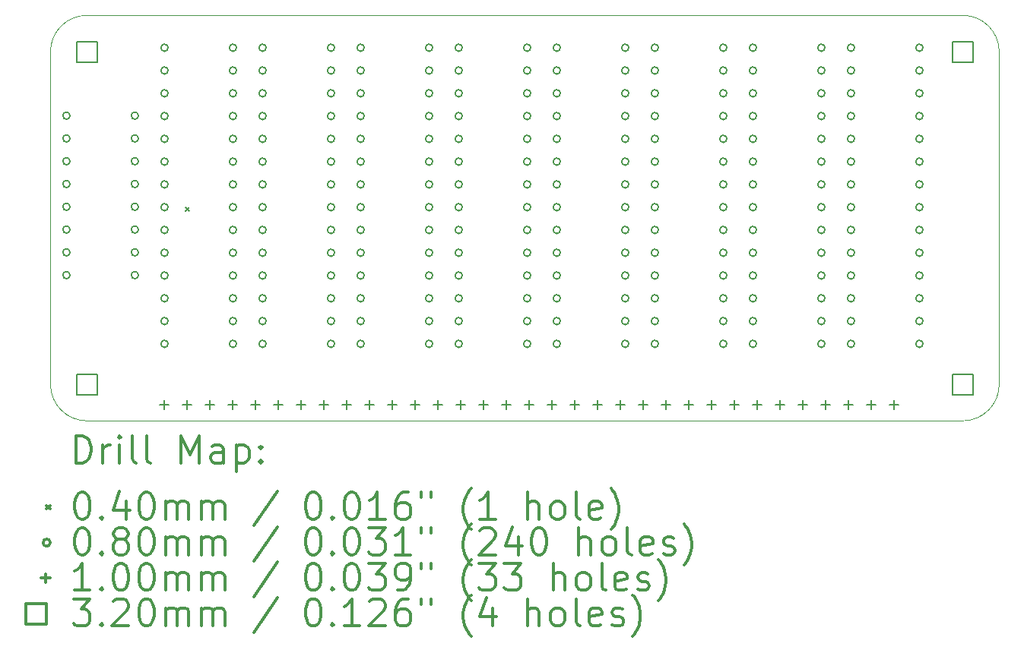
<source format=gbr>
%FSLAX45Y45*%
G04 Gerber Fmt 4.5, Leading zero omitted, Abs format (unit mm)*
G04 Created by KiCad (PCBNEW (5.1.9-0-10_14)) date 2021-06-10 12:39:00*
%MOMM*%
%LPD*%
G01*
G04 APERTURE LIST*
%TA.AperFunction,Profile*%
%ADD10C,0.050000*%
%TD*%
%ADD11C,0.200000*%
%ADD12C,0.300000*%
G04 APERTURE END LIST*
D10*
X17754600Y-12750800D02*
X8001000Y-12750800D01*
X18161000Y-8636000D02*
X18161000Y-12344400D01*
X8001000Y-8229600D02*
X17754600Y-8229600D01*
X7594600Y-12344400D02*
X7594600Y-8636000D01*
X8001000Y-12750800D02*
G75*
G02*
X7594600Y-12344400I0J406400D01*
G01*
X7594600Y-8636000D02*
G75*
G02*
X8001000Y-8229600I406400J0D01*
G01*
X17754600Y-8229600D02*
G75*
G02*
X18161000Y-8636000I0J-406400D01*
G01*
X18161000Y-12344400D02*
G75*
G02*
X17754600Y-12750800I-406400J0D01*
G01*
D11*
X9098600Y-10368600D02*
X9138600Y-10408600D01*
X9138600Y-10368600D02*
X9098600Y-10408600D01*
X7812400Y-9347200D02*
G75*
G03*
X7812400Y-9347200I-40000J0D01*
G01*
X7812400Y-9601200D02*
G75*
G03*
X7812400Y-9601200I-40000J0D01*
G01*
X7812400Y-9855200D02*
G75*
G03*
X7812400Y-9855200I-40000J0D01*
G01*
X7812400Y-10109200D02*
G75*
G03*
X7812400Y-10109200I-40000J0D01*
G01*
X7812400Y-10363200D02*
G75*
G03*
X7812400Y-10363200I-40000J0D01*
G01*
X7812400Y-10617200D02*
G75*
G03*
X7812400Y-10617200I-40000J0D01*
G01*
X7812400Y-10871200D02*
G75*
G03*
X7812400Y-10871200I-40000J0D01*
G01*
X7812400Y-11125200D02*
G75*
G03*
X7812400Y-11125200I-40000J0D01*
G01*
X8574400Y-9347200D02*
G75*
G03*
X8574400Y-9347200I-40000J0D01*
G01*
X8574400Y-9601200D02*
G75*
G03*
X8574400Y-9601200I-40000J0D01*
G01*
X8574400Y-9855200D02*
G75*
G03*
X8574400Y-9855200I-40000J0D01*
G01*
X8574400Y-10109200D02*
G75*
G03*
X8574400Y-10109200I-40000J0D01*
G01*
X8574400Y-10363200D02*
G75*
G03*
X8574400Y-10363200I-40000J0D01*
G01*
X8574400Y-10617200D02*
G75*
G03*
X8574400Y-10617200I-40000J0D01*
G01*
X8574400Y-10871200D02*
G75*
G03*
X8574400Y-10871200I-40000J0D01*
G01*
X8574400Y-11125200D02*
G75*
G03*
X8574400Y-11125200I-40000J0D01*
G01*
X8904600Y-8590500D02*
G75*
G03*
X8904600Y-8590500I-40000J0D01*
G01*
X8904600Y-8844500D02*
G75*
G03*
X8904600Y-8844500I-40000J0D01*
G01*
X8904600Y-9098500D02*
G75*
G03*
X8904600Y-9098500I-40000J0D01*
G01*
X8904600Y-9352500D02*
G75*
G03*
X8904600Y-9352500I-40000J0D01*
G01*
X8904600Y-9606500D02*
G75*
G03*
X8904600Y-9606500I-40000J0D01*
G01*
X8904600Y-9860500D02*
G75*
G03*
X8904600Y-9860500I-40000J0D01*
G01*
X8904600Y-10114500D02*
G75*
G03*
X8904600Y-10114500I-40000J0D01*
G01*
X8904600Y-10368500D02*
G75*
G03*
X8904600Y-10368500I-40000J0D01*
G01*
X8904600Y-10622500D02*
G75*
G03*
X8904600Y-10622500I-40000J0D01*
G01*
X8904600Y-10876500D02*
G75*
G03*
X8904600Y-10876500I-40000J0D01*
G01*
X8904600Y-11130500D02*
G75*
G03*
X8904600Y-11130500I-40000J0D01*
G01*
X8904600Y-11384500D02*
G75*
G03*
X8904600Y-11384500I-40000J0D01*
G01*
X8904600Y-11638500D02*
G75*
G03*
X8904600Y-11638500I-40000J0D01*
G01*
X8904600Y-11892500D02*
G75*
G03*
X8904600Y-11892500I-40000J0D01*
G01*
X9666600Y-8590500D02*
G75*
G03*
X9666600Y-8590500I-40000J0D01*
G01*
X9666600Y-8844500D02*
G75*
G03*
X9666600Y-8844500I-40000J0D01*
G01*
X9666600Y-9098500D02*
G75*
G03*
X9666600Y-9098500I-40000J0D01*
G01*
X9666600Y-9352500D02*
G75*
G03*
X9666600Y-9352500I-40000J0D01*
G01*
X9666600Y-9606500D02*
G75*
G03*
X9666600Y-9606500I-40000J0D01*
G01*
X9666600Y-9860500D02*
G75*
G03*
X9666600Y-9860500I-40000J0D01*
G01*
X9666600Y-10114500D02*
G75*
G03*
X9666600Y-10114500I-40000J0D01*
G01*
X9666600Y-10368500D02*
G75*
G03*
X9666600Y-10368500I-40000J0D01*
G01*
X9666600Y-10622500D02*
G75*
G03*
X9666600Y-10622500I-40000J0D01*
G01*
X9666600Y-10876500D02*
G75*
G03*
X9666600Y-10876500I-40000J0D01*
G01*
X9666600Y-11130500D02*
G75*
G03*
X9666600Y-11130500I-40000J0D01*
G01*
X9666600Y-11384500D02*
G75*
G03*
X9666600Y-11384500I-40000J0D01*
G01*
X9666600Y-11638500D02*
G75*
G03*
X9666600Y-11638500I-40000J0D01*
G01*
X9666600Y-11892500D02*
G75*
G03*
X9666600Y-11892500I-40000J0D01*
G01*
X9996800Y-8590500D02*
G75*
G03*
X9996800Y-8590500I-40000J0D01*
G01*
X9996800Y-8844500D02*
G75*
G03*
X9996800Y-8844500I-40000J0D01*
G01*
X9996800Y-9098500D02*
G75*
G03*
X9996800Y-9098500I-40000J0D01*
G01*
X9996800Y-9352500D02*
G75*
G03*
X9996800Y-9352500I-40000J0D01*
G01*
X9996800Y-9606500D02*
G75*
G03*
X9996800Y-9606500I-40000J0D01*
G01*
X9996800Y-9860500D02*
G75*
G03*
X9996800Y-9860500I-40000J0D01*
G01*
X9996800Y-10114500D02*
G75*
G03*
X9996800Y-10114500I-40000J0D01*
G01*
X9996800Y-10368500D02*
G75*
G03*
X9996800Y-10368500I-40000J0D01*
G01*
X9996800Y-10622500D02*
G75*
G03*
X9996800Y-10622500I-40000J0D01*
G01*
X9996800Y-10876500D02*
G75*
G03*
X9996800Y-10876500I-40000J0D01*
G01*
X9996800Y-11130500D02*
G75*
G03*
X9996800Y-11130500I-40000J0D01*
G01*
X9996800Y-11384500D02*
G75*
G03*
X9996800Y-11384500I-40000J0D01*
G01*
X9996800Y-11638500D02*
G75*
G03*
X9996800Y-11638500I-40000J0D01*
G01*
X9996800Y-11892500D02*
G75*
G03*
X9996800Y-11892500I-40000J0D01*
G01*
X10758800Y-8590500D02*
G75*
G03*
X10758800Y-8590500I-40000J0D01*
G01*
X10758800Y-8844500D02*
G75*
G03*
X10758800Y-8844500I-40000J0D01*
G01*
X10758800Y-9098500D02*
G75*
G03*
X10758800Y-9098500I-40000J0D01*
G01*
X10758800Y-9352500D02*
G75*
G03*
X10758800Y-9352500I-40000J0D01*
G01*
X10758800Y-9606500D02*
G75*
G03*
X10758800Y-9606500I-40000J0D01*
G01*
X10758800Y-9860500D02*
G75*
G03*
X10758800Y-9860500I-40000J0D01*
G01*
X10758800Y-10114500D02*
G75*
G03*
X10758800Y-10114500I-40000J0D01*
G01*
X10758800Y-10368500D02*
G75*
G03*
X10758800Y-10368500I-40000J0D01*
G01*
X10758800Y-10622500D02*
G75*
G03*
X10758800Y-10622500I-40000J0D01*
G01*
X10758800Y-10876500D02*
G75*
G03*
X10758800Y-10876500I-40000J0D01*
G01*
X10758800Y-11130500D02*
G75*
G03*
X10758800Y-11130500I-40000J0D01*
G01*
X10758800Y-11384500D02*
G75*
G03*
X10758800Y-11384500I-40000J0D01*
G01*
X10758800Y-11638500D02*
G75*
G03*
X10758800Y-11638500I-40000J0D01*
G01*
X10758800Y-11892500D02*
G75*
G03*
X10758800Y-11892500I-40000J0D01*
G01*
X11089000Y-8590500D02*
G75*
G03*
X11089000Y-8590500I-40000J0D01*
G01*
X11089000Y-8844500D02*
G75*
G03*
X11089000Y-8844500I-40000J0D01*
G01*
X11089000Y-9098500D02*
G75*
G03*
X11089000Y-9098500I-40000J0D01*
G01*
X11089000Y-9352500D02*
G75*
G03*
X11089000Y-9352500I-40000J0D01*
G01*
X11089000Y-9606500D02*
G75*
G03*
X11089000Y-9606500I-40000J0D01*
G01*
X11089000Y-9860500D02*
G75*
G03*
X11089000Y-9860500I-40000J0D01*
G01*
X11089000Y-10114500D02*
G75*
G03*
X11089000Y-10114500I-40000J0D01*
G01*
X11089000Y-10368500D02*
G75*
G03*
X11089000Y-10368500I-40000J0D01*
G01*
X11089000Y-10622500D02*
G75*
G03*
X11089000Y-10622500I-40000J0D01*
G01*
X11089000Y-10876500D02*
G75*
G03*
X11089000Y-10876500I-40000J0D01*
G01*
X11089000Y-11130500D02*
G75*
G03*
X11089000Y-11130500I-40000J0D01*
G01*
X11089000Y-11384500D02*
G75*
G03*
X11089000Y-11384500I-40000J0D01*
G01*
X11089000Y-11638500D02*
G75*
G03*
X11089000Y-11638500I-40000J0D01*
G01*
X11089000Y-11892500D02*
G75*
G03*
X11089000Y-11892500I-40000J0D01*
G01*
X11851000Y-8590500D02*
G75*
G03*
X11851000Y-8590500I-40000J0D01*
G01*
X11851000Y-8844500D02*
G75*
G03*
X11851000Y-8844500I-40000J0D01*
G01*
X11851000Y-9098500D02*
G75*
G03*
X11851000Y-9098500I-40000J0D01*
G01*
X11851000Y-9352500D02*
G75*
G03*
X11851000Y-9352500I-40000J0D01*
G01*
X11851000Y-9606500D02*
G75*
G03*
X11851000Y-9606500I-40000J0D01*
G01*
X11851000Y-9860500D02*
G75*
G03*
X11851000Y-9860500I-40000J0D01*
G01*
X11851000Y-10114500D02*
G75*
G03*
X11851000Y-10114500I-40000J0D01*
G01*
X11851000Y-10368500D02*
G75*
G03*
X11851000Y-10368500I-40000J0D01*
G01*
X11851000Y-10622500D02*
G75*
G03*
X11851000Y-10622500I-40000J0D01*
G01*
X11851000Y-10876500D02*
G75*
G03*
X11851000Y-10876500I-40000J0D01*
G01*
X11851000Y-11130500D02*
G75*
G03*
X11851000Y-11130500I-40000J0D01*
G01*
X11851000Y-11384500D02*
G75*
G03*
X11851000Y-11384500I-40000J0D01*
G01*
X11851000Y-11638500D02*
G75*
G03*
X11851000Y-11638500I-40000J0D01*
G01*
X11851000Y-11892500D02*
G75*
G03*
X11851000Y-11892500I-40000J0D01*
G01*
X12181200Y-8590500D02*
G75*
G03*
X12181200Y-8590500I-40000J0D01*
G01*
X12181200Y-8844500D02*
G75*
G03*
X12181200Y-8844500I-40000J0D01*
G01*
X12181200Y-9098500D02*
G75*
G03*
X12181200Y-9098500I-40000J0D01*
G01*
X12181200Y-9352500D02*
G75*
G03*
X12181200Y-9352500I-40000J0D01*
G01*
X12181200Y-9606500D02*
G75*
G03*
X12181200Y-9606500I-40000J0D01*
G01*
X12181200Y-9860500D02*
G75*
G03*
X12181200Y-9860500I-40000J0D01*
G01*
X12181200Y-10114500D02*
G75*
G03*
X12181200Y-10114500I-40000J0D01*
G01*
X12181200Y-10368500D02*
G75*
G03*
X12181200Y-10368500I-40000J0D01*
G01*
X12181200Y-10622500D02*
G75*
G03*
X12181200Y-10622500I-40000J0D01*
G01*
X12181200Y-10876500D02*
G75*
G03*
X12181200Y-10876500I-40000J0D01*
G01*
X12181200Y-11130500D02*
G75*
G03*
X12181200Y-11130500I-40000J0D01*
G01*
X12181200Y-11384500D02*
G75*
G03*
X12181200Y-11384500I-40000J0D01*
G01*
X12181200Y-11638500D02*
G75*
G03*
X12181200Y-11638500I-40000J0D01*
G01*
X12181200Y-11892500D02*
G75*
G03*
X12181200Y-11892500I-40000J0D01*
G01*
X12943200Y-8590500D02*
G75*
G03*
X12943200Y-8590500I-40000J0D01*
G01*
X12943200Y-8844500D02*
G75*
G03*
X12943200Y-8844500I-40000J0D01*
G01*
X12943200Y-9098500D02*
G75*
G03*
X12943200Y-9098500I-40000J0D01*
G01*
X12943200Y-9352500D02*
G75*
G03*
X12943200Y-9352500I-40000J0D01*
G01*
X12943200Y-9606500D02*
G75*
G03*
X12943200Y-9606500I-40000J0D01*
G01*
X12943200Y-9860500D02*
G75*
G03*
X12943200Y-9860500I-40000J0D01*
G01*
X12943200Y-10114500D02*
G75*
G03*
X12943200Y-10114500I-40000J0D01*
G01*
X12943200Y-10368500D02*
G75*
G03*
X12943200Y-10368500I-40000J0D01*
G01*
X12943200Y-10622500D02*
G75*
G03*
X12943200Y-10622500I-40000J0D01*
G01*
X12943200Y-10876500D02*
G75*
G03*
X12943200Y-10876500I-40000J0D01*
G01*
X12943200Y-11130500D02*
G75*
G03*
X12943200Y-11130500I-40000J0D01*
G01*
X12943200Y-11384500D02*
G75*
G03*
X12943200Y-11384500I-40000J0D01*
G01*
X12943200Y-11638500D02*
G75*
G03*
X12943200Y-11638500I-40000J0D01*
G01*
X12943200Y-11892500D02*
G75*
G03*
X12943200Y-11892500I-40000J0D01*
G01*
X13273400Y-8590500D02*
G75*
G03*
X13273400Y-8590500I-40000J0D01*
G01*
X13273400Y-8844500D02*
G75*
G03*
X13273400Y-8844500I-40000J0D01*
G01*
X13273400Y-9098500D02*
G75*
G03*
X13273400Y-9098500I-40000J0D01*
G01*
X13273400Y-9352500D02*
G75*
G03*
X13273400Y-9352500I-40000J0D01*
G01*
X13273400Y-9606500D02*
G75*
G03*
X13273400Y-9606500I-40000J0D01*
G01*
X13273400Y-9860500D02*
G75*
G03*
X13273400Y-9860500I-40000J0D01*
G01*
X13273400Y-10114500D02*
G75*
G03*
X13273400Y-10114500I-40000J0D01*
G01*
X13273400Y-10368500D02*
G75*
G03*
X13273400Y-10368500I-40000J0D01*
G01*
X13273400Y-10622500D02*
G75*
G03*
X13273400Y-10622500I-40000J0D01*
G01*
X13273400Y-10876500D02*
G75*
G03*
X13273400Y-10876500I-40000J0D01*
G01*
X13273400Y-11130500D02*
G75*
G03*
X13273400Y-11130500I-40000J0D01*
G01*
X13273400Y-11384500D02*
G75*
G03*
X13273400Y-11384500I-40000J0D01*
G01*
X13273400Y-11638500D02*
G75*
G03*
X13273400Y-11638500I-40000J0D01*
G01*
X13273400Y-11892500D02*
G75*
G03*
X13273400Y-11892500I-40000J0D01*
G01*
X14035400Y-8590500D02*
G75*
G03*
X14035400Y-8590500I-40000J0D01*
G01*
X14035400Y-8844500D02*
G75*
G03*
X14035400Y-8844500I-40000J0D01*
G01*
X14035400Y-9098500D02*
G75*
G03*
X14035400Y-9098500I-40000J0D01*
G01*
X14035400Y-9352500D02*
G75*
G03*
X14035400Y-9352500I-40000J0D01*
G01*
X14035400Y-9606500D02*
G75*
G03*
X14035400Y-9606500I-40000J0D01*
G01*
X14035400Y-9860500D02*
G75*
G03*
X14035400Y-9860500I-40000J0D01*
G01*
X14035400Y-10114500D02*
G75*
G03*
X14035400Y-10114500I-40000J0D01*
G01*
X14035400Y-10368500D02*
G75*
G03*
X14035400Y-10368500I-40000J0D01*
G01*
X14035400Y-10622500D02*
G75*
G03*
X14035400Y-10622500I-40000J0D01*
G01*
X14035400Y-10876500D02*
G75*
G03*
X14035400Y-10876500I-40000J0D01*
G01*
X14035400Y-11130500D02*
G75*
G03*
X14035400Y-11130500I-40000J0D01*
G01*
X14035400Y-11384500D02*
G75*
G03*
X14035400Y-11384500I-40000J0D01*
G01*
X14035400Y-11638500D02*
G75*
G03*
X14035400Y-11638500I-40000J0D01*
G01*
X14035400Y-11892500D02*
G75*
G03*
X14035400Y-11892500I-40000J0D01*
G01*
X14365600Y-8590500D02*
G75*
G03*
X14365600Y-8590500I-40000J0D01*
G01*
X14365600Y-8844500D02*
G75*
G03*
X14365600Y-8844500I-40000J0D01*
G01*
X14365600Y-9098500D02*
G75*
G03*
X14365600Y-9098500I-40000J0D01*
G01*
X14365600Y-9352500D02*
G75*
G03*
X14365600Y-9352500I-40000J0D01*
G01*
X14365600Y-9606500D02*
G75*
G03*
X14365600Y-9606500I-40000J0D01*
G01*
X14365600Y-9860500D02*
G75*
G03*
X14365600Y-9860500I-40000J0D01*
G01*
X14365600Y-10114500D02*
G75*
G03*
X14365600Y-10114500I-40000J0D01*
G01*
X14365600Y-10368500D02*
G75*
G03*
X14365600Y-10368500I-40000J0D01*
G01*
X14365600Y-10622500D02*
G75*
G03*
X14365600Y-10622500I-40000J0D01*
G01*
X14365600Y-10876500D02*
G75*
G03*
X14365600Y-10876500I-40000J0D01*
G01*
X14365600Y-11130500D02*
G75*
G03*
X14365600Y-11130500I-40000J0D01*
G01*
X14365600Y-11384500D02*
G75*
G03*
X14365600Y-11384500I-40000J0D01*
G01*
X14365600Y-11638500D02*
G75*
G03*
X14365600Y-11638500I-40000J0D01*
G01*
X14365600Y-11892500D02*
G75*
G03*
X14365600Y-11892500I-40000J0D01*
G01*
X15127600Y-8590500D02*
G75*
G03*
X15127600Y-8590500I-40000J0D01*
G01*
X15127600Y-8844500D02*
G75*
G03*
X15127600Y-8844500I-40000J0D01*
G01*
X15127600Y-9098500D02*
G75*
G03*
X15127600Y-9098500I-40000J0D01*
G01*
X15127600Y-9352500D02*
G75*
G03*
X15127600Y-9352500I-40000J0D01*
G01*
X15127600Y-9606500D02*
G75*
G03*
X15127600Y-9606500I-40000J0D01*
G01*
X15127600Y-9860500D02*
G75*
G03*
X15127600Y-9860500I-40000J0D01*
G01*
X15127600Y-10114500D02*
G75*
G03*
X15127600Y-10114500I-40000J0D01*
G01*
X15127600Y-10368500D02*
G75*
G03*
X15127600Y-10368500I-40000J0D01*
G01*
X15127600Y-10622500D02*
G75*
G03*
X15127600Y-10622500I-40000J0D01*
G01*
X15127600Y-10876500D02*
G75*
G03*
X15127600Y-10876500I-40000J0D01*
G01*
X15127600Y-11130500D02*
G75*
G03*
X15127600Y-11130500I-40000J0D01*
G01*
X15127600Y-11384500D02*
G75*
G03*
X15127600Y-11384500I-40000J0D01*
G01*
X15127600Y-11638500D02*
G75*
G03*
X15127600Y-11638500I-40000J0D01*
G01*
X15127600Y-11892500D02*
G75*
G03*
X15127600Y-11892500I-40000J0D01*
G01*
X15457800Y-8590500D02*
G75*
G03*
X15457800Y-8590500I-40000J0D01*
G01*
X15457800Y-8844500D02*
G75*
G03*
X15457800Y-8844500I-40000J0D01*
G01*
X15457800Y-9098500D02*
G75*
G03*
X15457800Y-9098500I-40000J0D01*
G01*
X15457800Y-9352500D02*
G75*
G03*
X15457800Y-9352500I-40000J0D01*
G01*
X15457800Y-9606500D02*
G75*
G03*
X15457800Y-9606500I-40000J0D01*
G01*
X15457800Y-9860500D02*
G75*
G03*
X15457800Y-9860500I-40000J0D01*
G01*
X15457800Y-10114500D02*
G75*
G03*
X15457800Y-10114500I-40000J0D01*
G01*
X15457800Y-10368500D02*
G75*
G03*
X15457800Y-10368500I-40000J0D01*
G01*
X15457800Y-10622500D02*
G75*
G03*
X15457800Y-10622500I-40000J0D01*
G01*
X15457800Y-10876500D02*
G75*
G03*
X15457800Y-10876500I-40000J0D01*
G01*
X15457800Y-11130500D02*
G75*
G03*
X15457800Y-11130500I-40000J0D01*
G01*
X15457800Y-11384500D02*
G75*
G03*
X15457800Y-11384500I-40000J0D01*
G01*
X15457800Y-11638500D02*
G75*
G03*
X15457800Y-11638500I-40000J0D01*
G01*
X15457800Y-11892500D02*
G75*
G03*
X15457800Y-11892500I-40000J0D01*
G01*
X16219800Y-8590500D02*
G75*
G03*
X16219800Y-8590500I-40000J0D01*
G01*
X16219800Y-8844500D02*
G75*
G03*
X16219800Y-8844500I-40000J0D01*
G01*
X16219800Y-9098500D02*
G75*
G03*
X16219800Y-9098500I-40000J0D01*
G01*
X16219800Y-9352500D02*
G75*
G03*
X16219800Y-9352500I-40000J0D01*
G01*
X16219800Y-9606500D02*
G75*
G03*
X16219800Y-9606500I-40000J0D01*
G01*
X16219800Y-9860500D02*
G75*
G03*
X16219800Y-9860500I-40000J0D01*
G01*
X16219800Y-10114500D02*
G75*
G03*
X16219800Y-10114500I-40000J0D01*
G01*
X16219800Y-10368500D02*
G75*
G03*
X16219800Y-10368500I-40000J0D01*
G01*
X16219800Y-10622500D02*
G75*
G03*
X16219800Y-10622500I-40000J0D01*
G01*
X16219800Y-10876500D02*
G75*
G03*
X16219800Y-10876500I-40000J0D01*
G01*
X16219800Y-11130500D02*
G75*
G03*
X16219800Y-11130500I-40000J0D01*
G01*
X16219800Y-11384500D02*
G75*
G03*
X16219800Y-11384500I-40000J0D01*
G01*
X16219800Y-11638500D02*
G75*
G03*
X16219800Y-11638500I-40000J0D01*
G01*
X16219800Y-11892500D02*
G75*
G03*
X16219800Y-11892500I-40000J0D01*
G01*
X16550000Y-8590500D02*
G75*
G03*
X16550000Y-8590500I-40000J0D01*
G01*
X16550000Y-8844500D02*
G75*
G03*
X16550000Y-8844500I-40000J0D01*
G01*
X16550000Y-9098500D02*
G75*
G03*
X16550000Y-9098500I-40000J0D01*
G01*
X16550000Y-9352500D02*
G75*
G03*
X16550000Y-9352500I-40000J0D01*
G01*
X16550000Y-9606500D02*
G75*
G03*
X16550000Y-9606500I-40000J0D01*
G01*
X16550000Y-9860500D02*
G75*
G03*
X16550000Y-9860500I-40000J0D01*
G01*
X16550000Y-10114500D02*
G75*
G03*
X16550000Y-10114500I-40000J0D01*
G01*
X16550000Y-10368500D02*
G75*
G03*
X16550000Y-10368500I-40000J0D01*
G01*
X16550000Y-10622500D02*
G75*
G03*
X16550000Y-10622500I-40000J0D01*
G01*
X16550000Y-10876500D02*
G75*
G03*
X16550000Y-10876500I-40000J0D01*
G01*
X16550000Y-11130500D02*
G75*
G03*
X16550000Y-11130500I-40000J0D01*
G01*
X16550000Y-11384500D02*
G75*
G03*
X16550000Y-11384500I-40000J0D01*
G01*
X16550000Y-11638500D02*
G75*
G03*
X16550000Y-11638500I-40000J0D01*
G01*
X16550000Y-11892500D02*
G75*
G03*
X16550000Y-11892500I-40000J0D01*
G01*
X17312000Y-8590500D02*
G75*
G03*
X17312000Y-8590500I-40000J0D01*
G01*
X17312000Y-8844500D02*
G75*
G03*
X17312000Y-8844500I-40000J0D01*
G01*
X17312000Y-9098500D02*
G75*
G03*
X17312000Y-9098500I-40000J0D01*
G01*
X17312000Y-9352500D02*
G75*
G03*
X17312000Y-9352500I-40000J0D01*
G01*
X17312000Y-9606500D02*
G75*
G03*
X17312000Y-9606500I-40000J0D01*
G01*
X17312000Y-9860500D02*
G75*
G03*
X17312000Y-9860500I-40000J0D01*
G01*
X17312000Y-10114500D02*
G75*
G03*
X17312000Y-10114500I-40000J0D01*
G01*
X17312000Y-10368500D02*
G75*
G03*
X17312000Y-10368500I-40000J0D01*
G01*
X17312000Y-10622500D02*
G75*
G03*
X17312000Y-10622500I-40000J0D01*
G01*
X17312000Y-10876500D02*
G75*
G03*
X17312000Y-10876500I-40000J0D01*
G01*
X17312000Y-11130500D02*
G75*
G03*
X17312000Y-11130500I-40000J0D01*
G01*
X17312000Y-11384500D02*
G75*
G03*
X17312000Y-11384500I-40000J0D01*
G01*
X17312000Y-11638500D02*
G75*
G03*
X17312000Y-11638500I-40000J0D01*
G01*
X17312000Y-11892500D02*
G75*
G03*
X17312000Y-11892500I-40000J0D01*
G01*
X8864600Y-12523000D02*
X8864600Y-12623000D01*
X8814600Y-12573000D02*
X8914600Y-12573000D01*
X9118600Y-12523000D02*
X9118600Y-12623000D01*
X9068600Y-12573000D02*
X9168600Y-12573000D01*
X9372600Y-12523000D02*
X9372600Y-12623000D01*
X9322600Y-12573000D02*
X9422600Y-12573000D01*
X9626600Y-12523000D02*
X9626600Y-12623000D01*
X9576600Y-12573000D02*
X9676600Y-12573000D01*
X9880600Y-12523000D02*
X9880600Y-12623000D01*
X9830600Y-12573000D02*
X9930600Y-12573000D01*
X10134600Y-12523000D02*
X10134600Y-12623000D01*
X10084600Y-12573000D02*
X10184600Y-12573000D01*
X10388600Y-12523000D02*
X10388600Y-12623000D01*
X10338600Y-12573000D02*
X10438600Y-12573000D01*
X10642600Y-12523000D02*
X10642600Y-12623000D01*
X10592600Y-12573000D02*
X10692600Y-12573000D01*
X10896600Y-12523000D02*
X10896600Y-12623000D01*
X10846600Y-12573000D02*
X10946600Y-12573000D01*
X11150600Y-12523000D02*
X11150600Y-12623000D01*
X11100600Y-12573000D02*
X11200600Y-12573000D01*
X11404600Y-12523000D02*
X11404600Y-12623000D01*
X11354600Y-12573000D02*
X11454600Y-12573000D01*
X11658600Y-12523000D02*
X11658600Y-12623000D01*
X11608600Y-12573000D02*
X11708600Y-12573000D01*
X11912600Y-12523000D02*
X11912600Y-12623000D01*
X11862600Y-12573000D02*
X11962600Y-12573000D01*
X12166600Y-12523000D02*
X12166600Y-12623000D01*
X12116600Y-12573000D02*
X12216600Y-12573000D01*
X12420600Y-12523000D02*
X12420600Y-12623000D01*
X12370600Y-12573000D02*
X12470600Y-12573000D01*
X12674600Y-12523000D02*
X12674600Y-12623000D01*
X12624600Y-12573000D02*
X12724600Y-12573000D01*
X12928600Y-12523000D02*
X12928600Y-12623000D01*
X12878600Y-12573000D02*
X12978600Y-12573000D01*
X13182600Y-12523000D02*
X13182600Y-12623000D01*
X13132600Y-12573000D02*
X13232600Y-12573000D01*
X13436600Y-12523000D02*
X13436600Y-12623000D01*
X13386600Y-12573000D02*
X13486600Y-12573000D01*
X13690600Y-12523000D02*
X13690600Y-12623000D01*
X13640600Y-12573000D02*
X13740600Y-12573000D01*
X13944600Y-12523000D02*
X13944600Y-12623000D01*
X13894600Y-12573000D02*
X13994600Y-12573000D01*
X14198600Y-12523000D02*
X14198600Y-12623000D01*
X14148600Y-12573000D02*
X14248600Y-12573000D01*
X14452600Y-12523000D02*
X14452600Y-12623000D01*
X14402600Y-12573000D02*
X14502600Y-12573000D01*
X14706600Y-12523000D02*
X14706600Y-12623000D01*
X14656600Y-12573000D02*
X14756600Y-12573000D01*
X14960600Y-12523000D02*
X14960600Y-12623000D01*
X14910600Y-12573000D02*
X15010600Y-12573000D01*
X15214600Y-12523000D02*
X15214600Y-12623000D01*
X15164600Y-12573000D02*
X15264600Y-12573000D01*
X15468600Y-12523000D02*
X15468600Y-12623000D01*
X15418600Y-12573000D02*
X15518600Y-12573000D01*
X15722600Y-12523000D02*
X15722600Y-12623000D01*
X15672600Y-12573000D02*
X15772600Y-12573000D01*
X15976600Y-12523000D02*
X15976600Y-12623000D01*
X15926600Y-12573000D02*
X16026600Y-12573000D01*
X16230600Y-12523000D02*
X16230600Y-12623000D01*
X16180600Y-12573000D02*
X16280600Y-12573000D01*
X16484600Y-12523000D02*
X16484600Y-12623000D01*
X16434600Y-12573000D02*
X16534600Y-12573000D01*
X16738600Y-12523000D02*
X16738600Y-12623000D01*
X16688600Y-12573000D02*
X16788600Y-12573000D01*
X16992600Y-12523000D02*
X16992600Y-12623000D01*
X16942600Y-12573000D02*
X17042600Y-12573000D01*
X8114138Y-8749138D02*
X8114138Y-8522862D01*
X7887862Y-8522862D01*
X7887862Y-8749138D01*
X8114138Y-8749138D01*
X8114138Y-12457538D02*
X8114138Y-12231262D01*
X7887862Y-12231262D01*
X7887862Y-12457538D01*
X8114138Y-12457538D01*
X17867738Y-8749138D02*
X17867738Y-8522862D01*
X17641462Y-8522862D01*
X17641462Y-8749138D01*
X17867738Y-8749138D01*
X17867738Y-12457538D02*
X17867738Y-12231262D01*
X17641462Y-12231262D01*
X17641462Y-12457538D01*
X17867738Y-12457538D01*
D12*
X7878528Y-13219014D02*
X7878528Y-12919014D01*
X7949957Y-12919014D01*
X7992814Y-12933300D01*
X8021386Y-12961871D01*
X8035671Y-12990443D01*
X8049957Y-13047586D01*
X8049957Y-13090443D01*
X8035671Y-13147586D01*
X8021386Y-13176157D01*
X7992814Y-13204729D01*
X7949957Y-13219014D01*
X7878528Y-13219014D01*
X8178528Y-13219014D02*
X8178528Y-13019014D01*
X8178528Y-13076157D02*
X8192814Y-13047586D01*
X8207100Y-13033300D01*
X8235671Y-13019014D01*
X8264243Y-13019014D01*
X8364243Y-13219014D02*
X8364243Y-13019014D01*
X8364243Y-12919014D02*
X8349957Y-12933300D01*
X8364243Y-12947586D01*
X8378528Y-12933300D01*
X8364243Y-12919014D01*
X8364243Y-12947586D01*
X8549957Y-13219014D02*
X8521386Y-13204729D01*
X8507100Y-13176157D01*
X8507100Y-12919014D01*
X8707100Y-13219014D02*
X8678528Y-13204729D01*
X8664243Y-13176157D01*
X8664243Y-12919014D01*
X9049957Y-13219014D02*
X9049957Y-12919014D01*
X9149957Y-13133300D01*
X9249957Y-12919014D01*
X9249957Y-13219014D01*
X9521386Y-13219014D02*
X9521386Y-13061871D01*
X9507100Y-13033300D01*
X9478528Y-13019014D01*
X9421386Y-13019014D01*
X9392814Y-13033300D01*
X9521386Y-13204729D02*
X9492814Y-13219014D01*
X9421386Y-13219014D01*
X9392814Y-13204729D01*
X9378528Y-13176157D01*
X9378528Y-13147586D01*
X9392814Y-13119014D01*
X9421386Y-13104729D01*
X9492814Y-13104729D01*
X9521386Y-13090443D01*
X9664243Y-13019014D02*
X9664243Y-13319014D01*
X9664243Y-13033300D02*
X9692814Y-13019014D01*
X9749957Y-13019014D01*
X9778528Y-13033300D01*
X9792814Y-13047586D01*
X9807100Y-13076157D01*
X9807100Y-13161871D01*
X9792814Y-13190443D01*
X9778528Y-13204729D01*
X9749957Y-13219014D01*
X9692814Y-13219014D01*
X9664243Y-13204729D01*
X9935671Y-13190443D02*
X9949957Y-13204729D01*
X9935671Y-13219014D01*
X9921386Y-13204729D01*
X9935671Y-13190443D01*
X9935671Y-13219014D01*
X9935671Y-13033300D02*
X9949957Y-13047586D01*
X9935671Y-13061871D01*
X9921386Y-13047586D01*
X9935671Y-13033300D01*
X9935671Y-13061871D01*
X7552100Y-13693300D02*
X7592100Y-13733300D01*
X7592100Y-13693300D02*
X7552100Y-13733300D01*
X7935671Y-13549014D02*
X7964243Y-13549014D01*
X7992814Y-13563300D01*
X8007100Y-13577586D01*
X8021386Y-13606157D01*
X8035671Y-13663300D01*
X8035671Y-13734729D01*
X8021386Y-13791871D01*
X8007100Y-13820443D01*
X7992814Y-13834729D01*
X7964243Y-13849014D01*
X7935671Y-13849014D01*
X7907100Y-13834729D01*
X7892814Y-13820443D01*
X7878528Y-13791871D01*
X7864243Y-13734729D01*
X7864243Y-13663300D01*
X7878528Y-13606157D01*
X7892814Y-13577586D01*
X7907100Y-13563300D01*
X7935671Y-13549014D01*
X8164243Y-13820443D02*
X8178528Y-13834729D01*
X8164243Y-13849014D01*
X8149957Y-13834729D01*
X8164243Y-13820443D01*
X8164243Y-13849014D01*
X8435671Y-13649014D02*
X8435671Y-13849014D01*
X8364243Y-13534729D02*
X8292814Y-13749014D01*
X8478528Y-13749014D01*
X8649957Y-13549014D02*
X8678528Y-13549014D01*
X8707100Y-13563300D01*
X8721386Y-13577586D01*
X8735671Y-13606157D01*
X8749957Y-13663300D01*
X8749957Y-13734729D01*
X8735671Y-13791871D01*
X8721386Y-13820443D01*
X8707100Y-13834729D01*
X8678528Y-13849014D01*
X8649957Y-13849014D01*
X8621386Y-13834729D01*
X8607100Y-13820443D01*
X8592814Y-13791871D01*
X8578528Y-13734729D01*
X8578528Y-13663300D01*
X8592814Y-13606157D01*
X8607100Y-13577586D01*
X8621386Y-13563300D01*
X8649957Y-13549014D01*
X8878528Y-13849014D02*
X8878528Y-13649014D01*
X8878528Y-13677586D02*
X8892814Y-13663300D01*
X8921386Y-13649014D01*
X8964243Y-13649014D01*
X8992814Y-13663300D01*
X9007100Y-13691871D01*
X9007100Y-13849014D01*
X9007100Y-13691871D02*
X9021386Y-13663300D01*
X9049957Y-13649014D01*
X9092814Y-13649014D01*
X9121386Y-13663300D01*
X9135671Y-13691871D01*
X9135671Y-13849014D01*
X9278528Y-13849014D02*
X9278528Y-13649014D01*
X9278528Y-13677586D02*
X9292814Y-13663300D01*
X9321386Y-13649014D01*
X9364243Y-13649014D01*
X9392814Y-13663300D01*
X9407100Y-13691871D01*
X9407100Y-13849014D01*
X9407100Y-13691871D02*
X9421386Y-13663300D01*
X9449957Y-13649014D01*
X9492814Y-13649014D01*
X9521386Y-13663300D01*
X9535671Y-13691871D01*
X9535671Y-13849014D01*
X10121386Y-13534729D02*
X9864243Y-13920443D01*
X10507100Y-13549014D02*
X10535671Y-13549014D01*
X10564243Y-13563300D01*
X10578528Y-13577586D01*
X10592814Y-13606157D01*
X10607100Y-13663300D01*
X10607100Y-13734729D01*
X10592814Y-13791871D01*
X10578528Y-13820443D01*
X10564243Y-13834729D01*
X10535671Y-13849014D01*
X10507100Y-13849014D01*
X10478528Y-13834729D01*
X10464243Y-13820443D01*
X10449957Y-13791871D01*
X10435671Y-13734729D01*
X10435671Y-13663300D01*
X10449957Y-13606157D01*
X10464243Y-13577586D01*
X10478528Y-13563300D01*
X10507100Y-13549014D01*
X10735671Y-13820443D02*
X10749957Y-13834729D01*
X10735671Y-13849014D01*
X10721386Y-13834729D01*
X10735671Y-13820443D01*
X10735671Y-13849014D01*
X10935671Y-13549014D02*
X10964243Y-13549014D01*
X10992814Y-13563300D01*
X11007100Y-13577586D01*
X11021386Y-13606157D01*
X11035671Y-13663300D01*
X11035671Y-13734729D01*
X11021386Y-13791871D01*
X11007100Y-13820443D01*
X10992814Y-13834729D01*
X10964243Y-13849014D01*
X10935671Y-13849014D01*
X10907100Y-13834729D01*
X10892814Y-13820443D01*
X10878528Y-13791871D01*
X10864243Y-13734729D01*
X10864243Y-13663300D01*
X10878528Y-13606157D01*
X10892814Y-13577586D01*
X10907100Y-13563300D01*
X10935671Y-13549014D01*
X11321386Y-13849014D02*
X11149957Y-13849014D01*
X11235671Y-13849014D02*
X11235671Y-13549014D01*
X11207100Y-13591871D01*
X11178528Y-13620443D01*
X11149957Y-13634729D01*
X11578528Y-13549014D02*
X11521386Y-13549014D01*
X11492814Y-13563300D01*
X11478528Y-13577586D01*
X11449957Y-13620443D01*
X11435671Y-13677586D01*
X11435671Y-13791871D01*
X11449957Y-13820443D01*
X11464243Y-13834729D01*
X11492814Y-13849014D01*
X11549957Y-13849014D01*
X11578528Y-13834729D01*
X11592814Y-13820443D01*
X11607100Y-13791871D01*
X11607100Y-13720443D01*
X11592814Y-13691871D01*
X11578528Y-13677586D01*
X11549957Y-13663300D01*
X11492814Y-13663300D01*
X11464243Y-13677586D01*
X11449957Y-13691871D01*
X11435671Y-13720443D01*
X11721386Y-13549014D02*
X11721386Y-13606157D01*
X11835671Y-13549014D02*
X11835671Y-13606157D01*
X12278528Y-13963300D02*
X12264243Y-13949014D01*
X12235671Y-13906157D01*
X12221386Y-13877586D01*
X12207100Y-13834729D01*
X12192814Y-13763300D01*
X12192814Y-13706157D01*
X12207100Y-13634729D01*
X12221386Y-13591871D01*
X12235671Y-13563300D01*
X12264243Y-13520443D01*
X12278528Y-13506157D01*
X12549957Y-13849014D02*
X12378528Y-13849014D01*
X12464243Y-13849014D02*
X12464243Y-13549014D01*
X12435671Y-13591871D01*
X12407100Y-13620443D01*
X12378528Y-13634729D01*
X12907100Y-13849014D02*
X12907100Y-13549014D01*
X13035671Y-13849014D02*
X13035671Y-13691871D01*
X13021386Y-13663300D01*
X12992814Y-13649014D01*
X12949957Y-13649014D01*
X12921386Y-13663300D01*
X12907100Y-13677586D01*
X13221386Y-13849014D02*
X13192814Y-13834729D01*
X13178528Y-13820443D01*
X13164243Y-13791871D01*
X13164243Y-13706157D01*
X13178528Y-13677586D01*
X13192814Y-13663300D01*
X13221386Y-13649014D01*
X13264243Y-13649014D01*
X13292814Y-13663300D01*
X13307100Y-13677586D01*
X13321386Y-13706157D01*
X13321386Y-13791871D01*
X13307100Y-13820443D01*
X13292814Y-13834729D01*
X13264243Y-13849014D01*
X13221386Y-13849014D01*
X13492814Y-13849014D02*
X13464243Y-13834729D01*
X13449957Y-13806157D01*
X13449957Y-13549014D01*
X13721386Y-13834729D02*
X13692814Y-13849014D01*
X13635671Y-13849014D01*
X13607100Y-13834729D01*
X13592814Y-13806157D01*
X13592814Y-13691871D01*
X13607100Y-13663300D01*
X13635671Y-13649014D01*
X13692814Y-13649014D01*
X13721386Y-13663300D01*
X13735671Y-13691871D01*
X13735671Y-13720443D01*
X13592814Y-13749014D01*
X13835671Y-13963300D02*
X13849957Y-13949014D01*
X13878528Y-13906157D01*
X13892814Y-13877586D01*
X13907100Y-13834729D01*
X13921386Y-13763300D01*
X13921386Y-13706157D01*
X13907100Y-13634729D01*
X13892814Y-13591871D01*
X13878528Y-13563300D01*
X13849957Y-13520443D01*
X13835671Y-13506157D01*
X7592100Y-14109300D02*
G75*
G03*
X7592100Y-14109300I-40000J0D01*
G01*
X7935671Y-13945014D02*
X7964243Y-13945014D01*
X7992814Y-13959300D01*
X8007100Y-13973586D01*
X8021386Y-14002157D01*
X8035671Y-14059300D01*
X8035671Y-14130729D01*
X8021386Y-14187871D01*
X8007100Y-14216443D01*
X7992814Y-14230729D01*
X7964243Y-14245014D01*
X7935671Y-14245014D01*
X7907100Y-14230729D01*
X7892814Y-14216443D01*
X7878528Y-14187871D01*
X7864243Y-14130729D01*
X7864243Y-14059300D01*
X7878528Y-14002157D01*
X7892814Y-13973586D01*
X7907100Y-13959300D01*
X7935671Y-13945014D01*
X8164243Y-14216443D02*
X8178528Y-14230729D01*
X8164243Y-14245014D01*
X8149957Y-14230729D01*
X8164243Y-14216443D01*
X8164243Y-14245014D01*
X8349957Y-14073586D02*
X8321386Y-14059300D01*
X8307100Y-14045014D01*
X8292814Y-14016443D01*
X8292814Y-14002157D01*
X8307100Y-13973586D01*
X8321386Y-13959300D01*
X8349957Y-13945014D01*
X8407100Y-13945014D01*
X8435671Y-13959300D01*
X8449957Y-13973586D01*
X8464243Y-14002157D01*
X8464243Y-14016443D01*
X8449957Y-14045014D01*
X8435671Y-14059300D01*
X8407100Y-14073586D01*
X8349957Y-14073586D01*
X8321386Y-14087871D01*
X8307100Y-14102157D01*
X8292814Y-14130729D01*
X8292814Y-14187871D01*
X8307100Y-14216443D01*
X8321386Y-14230729D01*
X8349957Y-14245014D01*
X8407100Y-14245014D01*
X8435671Y-14230729D01*
X8449957Y-14216443D01*
X8464243Y-14187871D01*
X8464243Y-14130729D01*
X8449957Y-14102157D01*
X8435671Y-14087871D01*
X8407100Y-14073586D01*
X8649957Y-13945014D02*
X8678528Y-13945014D01*
X8707100Y-13959300D01*
X8721386Y-13973586D01*
X8735671Y-14002157D01*
X8749957Y-14059300D01*
X8749957Y-14130729D01*
X8735671Y-14187871D01*
X8721386Y-14216443D01*
X8707100Y-14230729D01*
X8678528Y-14245014D01*
X8649957Y-14245014D01*
X8621386Y-14230729D01*
X8607100Y-14216443D01*
X8592814Y-14187871D01*
X8578528Y-14130729D01*
X8578528Y-14059300D01*
X8592814Y-14002157D01*
X8607100Y-13973586D01*
X8621386Y-13959300D01*
X8649957Y-13945014D01*
X8878528Y-14245014D02*
X8878528Y-14045014D01*
X8878528Y-14073586D02*
X8892814Y-14059300D01*
X8921386Y-14045014D01*
X8964243Y-14045014D01*
X8992814Y-14059300D01*
X9007100Y-14087871D01*
X9007100Y-14245014D01*
X9007100Y-14087871D02*
X9021386Y-14059300D01*
X9049957Y-14045014D01*
X9092814Y-14045014D01*
X9121386Y-14059300D01*
X9135671Y-14087871D01*
X9135671Y-14245014D01*
X9278528Y-14245014D02*
X9278528Y-14045014D01*
X9278528Y-14073586D02*
X9292814Y-14059300D01*
X9321386Y-14045014D01*
X9364243Y-14045014D01*
X9392814Y-14059300D01*
X9407100Y-14087871D01*
X9407100Y-14245014D01*
X9407100Y-14087871D02*
X9421386Y-14059300D01*
X9449957Y-14045014D01*
X9492814Y-14045014D01*
X9521386Y-14059300D01*
X9535671Y-14087871D01*
X9535671Y-14245014D01*
X10121386Y-13930729D02*
X9864243Y-14316443D01*
X10507100Y-13945014D02*
X10535671Y-13945014D01*
X10564243Y-13959300D01*
X10578528Y-13973586D01*
X10592814Y-14002157D01*
X10607100Y-14059300D01*
X10607100Y-14130729D01*
X10592814Y-14187871D01*
X10578528Y-14216443D01*
X10564243Y-14230729D01*
X10535671Y-14245014D01*
X10507100Y-14245014D01*
X10478528Y-14230729D01*
X10464243Y-14216443D01*
X10449957Y-14187871D01*
X10435671Y-14130729D01*
X10435671Y-14059300D01*
X10449957Y-14002157D01*
X10464243Y-13973586D01*
X10478528Y-13959300D01*
X10507100Y-13945014D01*
X10735671Y-14216443D02*
X10749957Y-14230729D01*
X10735671Y-14245014D01*
X10721386Y-14230729D01*
X10735671Y-14216443D01*
X10735671Y-14245014D01*
X10935671Y-13945014D02*
X10964243Y-13945014D01*
X10992814Y-13959300D01*
X11007100Y-13973586D01*
X11021386Y-14002157D01*
X11035671Y-14059300D01*
X11035671Y-14130729D01*
X11021386Y-14187871D01*
X11007100Y-14216443D01*
X10992814Y-14230729D01*
X10964243Y-14245014D01*
X10935671Y-14245014D01*
X10907100Y-14230729D01*
X10892814Y-14216443D01*
X10878528Y-14187871D01*
X10864243Y-14130729D01*
X10864243Y-14059300D01*
X10878528Y-14002157D01*
X10892814Y-13973586D01*
X10907100Y-13959300D01*
X10935671Y-13945014D01*
X11135671Y-13945014D02*
X11321386Y-13945014D01*
X11221386Y-14059300D01*
X11264243Y-14059300D01*
X11292814Y-14073586D01*
X11307100Y-14087871D01*
X11321386Y-14116443D01*
X11321386Y-14187871D01*
X11307100Y-14216443D01*
X11292814Y-14230729D01*
X11264243Y-14245014D01*
X11178528Y-14245014D01*
X11149957Y-14230729D01*
X11135671Y-14216443D01*
X11607100Y-14245014D02*
X11435671Y-14245014D01*
X11521386Y-14245014D02*
X11521386Y-13945014D01*
X11492814Y-13987871D01*
X11464243Y-14016443D01*
X11435671Y-14030729D01*
X11721386Y-13945014D02*
X11721386Y-14002157D01*
X11835671Y-13945014D02*
X11835671Y-14002157D01*
X12278528Y-14359300D02*
X12264243Y-14345014D01*
X12235671Y-14302157D01*
X12221386Y-14273586D01*
X12207100Y-14230729D01*
X12192814Y-14159300D01*
X12192814Y-14102157D01*
X12207100Y-14030729D01*
X12221386Y-13987871D01*
X12235671Y-13959300D01*
X12264243Y-13916443D01*
X12278528Y-13902157D01*
X12378528Y-13973586D02*
X12392814Y-13959300D01*
X12421386Y-13945014D01*
X12492814Y-13945014D01*
X12521386Y-13959300D01*
X12535671Y-13973586D01*
X12549957Y-14002157D01*
X12549957Y-14030729D01*
X12535671Y-14073586D01*
X12364243Y-14245014D01*
X12549957Y-14245014D01*
X12807100Y-14045014D02*
X12807100Y-14245014D01*
X12735671Y-13930729D02*
X12664243Y-14145014D01*
X12849957Y-14145014D01*
X13021386Y-13945014D02*
X13049957Y-13945014D01*
X13078528Y-13959300D01*
X13092814Y-13973586D01*
X13107100Y-14002157D01*
X13121386Y-14059300D01*
X13121386Y-14130729D01*
X13107100Y-14187871D01*
X13092814Y-14216443D01*
X13078528Y-14230729D01*
X13049957Y-14245014D01*
X13021386Y-14245014D01*
X12992814Y-14230729D01*
X12978528Y-14216443D01*
X12964243Y-14187871D01*
X12949957Y-14130729D01*
X12949957Y-14059300D01*
X12964243Y-14002157D01*
X12978528Y-13973586D01*
X12992814Y-13959300D01*
X13021386Y-13945014D01*
X13478528Y-14245014D02*
X13478528Y-13945014D01*
X13607100Y-14245014D02*
X13607100Y-14087871D01*
X13592814Y-14059300D01*
X13564243Y-14045014D01*
X13521386Y-14045014D01*
X13492814Y-14059300D01*
X13478528Y-14073586D01*
X13792814Y-14245014D02*
X13764243Y-14230729D01*
X13749957Y-14216443D01*
X13735671Y-14187871D01*
X13735671Y-14102157D01*
X13749957Y-14073586D01*
X13764243Y-14059300D01*
X13792814Y-14045014D01*
X13835671Y-14045014D01*
X13864243Y-14059300D01*
X13878528Y-14073586D01*
X13892814Y-14102157D01*
X13892814Y-14187871D01*
X13878528Y-14216443D01*
X13864243Y-14230729D01*
X13835671Y-14245014D01*
X13792814Y-14245014D01*
X14064243Y-14245014D02*
X14035671Y-14230729D01*
X14021386Y-14202157D01*
X14021386Y-13945014D01*
X14292814Y-14230729D02*
X14264243Y-14245014D01*
X14207100Y-14245014D01*
X14178528Y-14230729D01*
X14164243Y-14202157D01*
X14164243Y-14087871D01*
X14178528Y-14059300D01*
X14207100Y-14045014D01*
X14264243Y-14045014D01*
X14292814Y-14059300D01*
X14307100Y-14087871D01*
X14307100Y-14116443D01*
X14164243Y-14145014D01*
X14421386Y-14230729D02*
X14449957Y-14245014D01*
X14507100Y-14245014D01*
X14535671Y-14230729D01*
X14549957Y-14202157D01*
X14549957Y-14187871D01*
X14535671Y-14159300D01*
X14507100Y-14145014D01*
X14464243Y-14145014D01*
X14435671Y-14130729D01*
X14421386Y-14102157D01*
X14421386Y-14087871D01*
X14435671Y-14059300D01*
X14464243Y-14045014D01*
X14507100Y-14045014D01*
X14535671Y-14059300D01*
X14649957Y-14359300D02*
X14664243Y-14345014D01*
X14692814Y-14302157D01*
X14707100Y-14273586D01*
X14721386Y-14230729D01*
X14735671Y-14159300D01*
X14735671Y-14102157D01*
X14721386Y-14030729D01*
X14707100Y-13987871D01*
X14692814Y-13959300D01*
X14664243Y-13916443D01*
X14649957Y-13902157D01*
X7542100Y-14455300D02*
X7542100Y-14555300D01*
X7492100Y-14505300D02*
X7592100Y-14505300D01*
X8035671Y-14641014D02*
X7864243Y-14641014D01*
X7949957Y-14641014D02*
X7949957Y-14341014D01*
X7921386Y-14383871D01*
X7892814Y-14412443D01*
X7864243Y-14426729D01*
X8164243Y-14612443D02*
X8178528Y-14626729D01*
X8164243Y-14641014D01*
X8149957Y-14626729D01*
X8164243Y-14612443D01*
X8164243Y-14641014D01*
X8364243Y-14341014D02*
X8392814Y-14341014D01*
X8421386Y-14355300D01*
X8435671Y-14369586D01*
X8449957Y-14398157D01*
X8464243Y-14455300D01*
X8464243Y-14526729D01*
X8449957Y-14583871D01*
X8435671Y-14612443D01*
X8421386Y-14626729D01*
X8392814Y-14641014D01*
X8364243Y-14641014D01*
X8335671Y-14626729D01*
X8321386Y-14612443D01*
X8307100Y-14583871D01*
X8292814Y-14526729D01*
X8292814Y-14455300D01*
X8307100Y-14398157D01*
X8321386Y-14369586D01*
X8335671Y-14355300D01*
X8364243Y-14341014D01*
X8649957Y-14341014D02*
X8678528Y-14341014D01*
X8707100Y-14355300D01*
X8721386Y-14369586D01*
X8735671Y-14398157D01*
X8749957Y-14455300D01*
X8749957Y-14526729D01*
X8735671Y-14583871D01*
X8721386Y-14612443D01*
X8707100Y-14626729D01*
X8678528Y-14641014D01*
X8649957Y-14641014D01*
X8621386Y-14626729D01*
X8607100Y-14612443D01*
X8592814Y-14583871D01*
X8578528Y-14526729D01*
X8578528Y-14455300D01*
X8592814Y-14398157D01*
X8607100Y-14369586D01*
X8621386Y-14355300D01*
X8649957Y-14341014D01*
X8878528Y-14641014D02*
X8878528Y-14441014D01*
X8878528Y-14469586D02*
X8892814Y-14455300D01*
X8921386Y-14441014D01*
X8964243Y-14441014D01*
X8992814Y-14455300D01*
X9007100Y-14483871D01*
X9007100Y-14641014D01*
X9007100Y-14483871D02*
X9021386Y-14455300D01*
X9049957Y-14441014D01*
X9092814Y-14441014D01*
X9121386Y-14455300D01*
X9135671Y-14483871D01*
X9135671Y-14641014D01*
X9278528Y-14641014D02*
X9278528Y-14441014D01*
X9278528Y-14469586D02*
X9292814Y-14455300D01*
X9321386Y-14441014D01*
X9364243Y-14441014D01*
X9392814Y-14455300D01*
X9407100Y-14483871D01*
X9407100Y-14641014D01*
X9407100Y-14483871D02*
X9421386Y-14455300D01*
X9449957Y-14441014D01*
X9492814Y-14441014D01*
X9521386Y-14455300D01*
X9535671Y-14483871D01*
X9535671Y-14641014D01*
X10121386Y-14326729D02*
X9864243Y-14712443D01*
X10507100Y-14341014D02*
X10535671Y-14341014D01*
X10564243Y-14355300D01*
X10578528Y-14369586D01*
X10592814Y-14398157D01*
X10607100Y-14455300D01*
X10607100Y-14526729D01*
X10592814Y-14583871D01*
X10578528Y-14612443D01*
X10564243Y-14626729D01*
X10535671Y-14641014D01*
X10507100Y-14641014D01*
X10478528Y-14626729D01*
X10464243Y-14612443D01*
X10449957Y-14583871D01*
X10435671Y-14526729D01*
X10435671Y-14455300D01*
X10449957Y-14398157D01*
X10464243Y-14369586D01*
X10478528Y-14355300D01*
X10507100Y-14341014D01*
X10735671Y-14612443D02*
X10749957Y-14626729D01*
X10735671Y-14641014D01*
X10721386Y-14626729D01*
X10735671Y-14612443D01*
X10735671Y-14641014D01*
X10935671Y-14341014D02*
X10964243Y-14341014D01*
X10992814Y-14355300D01*
X11007100Y-14369586D01*
X11021386Y-14398157D01*
X11035671Y-14455300D01*
X11035671Y-14526729D01*
X11021386Y-14583871D01*
X11007100Y-14612443D01*
X10992814Y-14626729D01*
X10964243Y-14641014D01*
X10935671Y-14641014D01*
X10907100Y-14626729D01*
X10892814Y-14612443D01*
X10878528Y-14583871D01*
X10864243Y-14526729D01*
X10864243Y-14455300D01*
X10878528Y-14398157D01*
X10892814Y-14369586D01*
X10907100Y-14355300D01*
X10935671Y-14341014D01*
X11135671Y-14341014D02*
X11321386Y-14341014D01*
X11221386Y-14455300D01*
X11264243Y-14455300D01*
X11292814Y-14469586D01*
X11307100Y-14483871D01*
X11321386Y-14512443D01*
X11321386Y-14583871D01*
X11307100Y-14612443D01*
X11292814Y-14626729D01*
X11264243Y-14641014D01*
X11178528Y-14641014D01*
X11149957Y-14626729D01*
X11135671Y-14612443D01*
X11464243Y-14641014D02*
X11521386Y-14641014D01*
X11549957Y-14626729D01*
X11564243Y-14612443D01*
X11592814Y-14569586D01*
X11607100Y-14512443D01*
X11607100Y-14398157D01*
X11592814Y-14369586D01*
X11578528Y-14355300D01*
X11549957Y-14341014D01*
X11492814Y-14341014D01*
X11464243Y-14355300D01*
X11449957Y-14369586D01*
X11435671Y-14398157D01*
X11435671Y-14469586D01*
X11449957Y-14498157D01*
X11464243Y-14512443D01*
X11492814Y-14526729D01*
X11549957Y-14526729D01*
X11578528Y-14512443D01*
X11592814Y-14498157D01*
X11607100Y-14469586D01*
X11721386Y-14341014D02*
X11721386Y-14398157D01*
X11835671Y-14341014D02*
X11835671Y-14398157D01*
X12278528Y-14755300D02*
X12264243Y-14741014D01*
X12235671Y-14698157D01*
X12221386Y-14669586D01*
X12207100Y-14626729D01*
X12192814Y-14555300D01*
X12192814Y-14498157D01*
X12207100Y-14426729D01*
X12221386Y-14383871D01*
X12235671Y-14355300D01*
X12264243Y-14312443D01*
X12278528Y-14298157D01*
X12364243Y-14341014D02*
X12549957Y-14341014D01*
X12449957Y-14455300D01*
X12492814Y-14455300D01*
X12521386Y-14469586D01*
X12535671Y-14483871D01*
X12549957Y-14512443D01*
X12549957Y-14583871D01*
X12535671Y-14612443D01*
X12521386Y-14626729D01*
X12492814Y-14641014D01*
X12407100Y-14641014D01*
X12378528Y-14626729D01*
X12364243Y-14612443D01*
X12649957Y-14341014D02*
X12835671Y-14341014D01*
X12735671Y-14455300D01*
X12778528Y-14455300D01*
X12807100Y-14469586D01*
X12821386Y-14483871D01*
X12835671Y-14512443D01*
X12835671Y-14583871D01*
X12821386Y-14612443D01*
X12807100Y-14626729D01*
X12778528Y-14641014D01*
X12692814Y-14641014D01*
X12664243Y-14626729D01*
X12649957Y-14612443D01*
X13192814Y-14641014D02*
X13192814Y-14341014D01*
X13321386Y-14641014D02*
X13321386Y-14483871D01*
X13307100Y-14455300D01*
X13278528Y-14441014D01*
X13235671Y-14441014D01*
X13207100Y-14455300D01*
X13192814Y-14469586D01*
X13507100Y-14641014D02*
X13478528Y-14626729D01*
X13464243Y-14612443D01*
X13449957Y-14583871D01*
X13449957Y-14498157D01*
X13464243Y-14469586D01*
X13478528Y-14455300D01*
X13507100Y-14441014D01*
X13549957Y-14441014D01*
X13578528Y-14455300D01*
X13592814Y-14469586D01*
X13607100Y-14498157D01*
X13607100Y-14583871D01*
X13592814Y-14612443D01*
X13578528Y-14626729D01*
X13549957Y-14641014D01*
X13507100Y-14641014D01*
X13778528Y-14641014D02*
X13749957Y-14626729D01*
X13735671Y-14598157D01*
X13735671Y-14341014D01*
X14007100Y-14626729D02*
X13978528Y-14641014D01*
X13921386Y-14641014D01*
X13892814Y-14626729D01*
X13878528Y-14598157D01*
X13878528Y-14483871D01*
X13892814Y-14455300D01*
X13921386Y-14441014D01*
X13978528Y-14441014D01*
X14007100Y-14455300D01*
X14021386Y-14483871D01*
X14021386Y-14512443D01*
X13878528Y-14541014D01*
X14135671Y-14626729D02*
X14164243Y-14641014D01*
X14221386Y-14641014D01*
X14249957Y-14626729D01*
X14264243Y-14598157D01*
X14264243Y-14583871D01*
X14249957Y-14555300D01*
X14221386Y-14541014D01*
X14178528Y-14541014D01*
X14149957Y-14526729D01*
X14135671Y-14498157D01*
X14135671Y-14483871D01*
X14149957Y-14455300D01*
X14178528Y-14441014D01*
X14221386Y-14441014D01*
X14249957Y-14455300D01*
X14364243Y-14755300D02*
X14378528Y-14741014D01*
X14407100Y-14698157D01*
X14421386Y-14669586D01*
X14435671Y-14626729D01*
X14449957Y-14555300D01*
X14449957Y-14498157D01*
X14435671Y-14426729D01*
X14421386Y-14383871D01*
X14407100Y-14355300D01*
X14378528Y-14312443D01*
X14364243Y-14298157D01*
X7545238Y-15014438D02*
X7545238Y-14788162D01*
X7318962Y-14788162D01*
X7318962Y-15014438D01*
X7545238Y-15014438D01*
X7849957Y-14737014D02*
X8035671Y-14737014D01*
X7935671Y-14851300D01*
X7978528Y-14851300D01*
X8007100Y-14865586D01*
X8021386Y-14879871D01*
X8035671Y-14908443D01*
X8035671Y-14979871D01*
X8021386Y-15008443D01*
X8007100Y-15022729D01*
X7978528Y-15037014D01*
X7892814Y-15037014D01*
X7864243Y-15022729D01*
X7849957Y-15008443D01*
X8164243Y-15008443D02*
X8178528Y-15022729D01*
X8164243Y-15037014D01*
X8149957Y-15022729D01*
X8164243Y-15008443D01*
X8164243Y-15037014D01*
X8292814Y-14765586D02*
X8307100Y-14751300D01*
X8335671Y-14737014D01*
X8407100Y-14737014D01*
X8435671Y-14751300D01*
X8449957Y-14765586D01*
X8464243Y-14794157D01*
X8464243Y-14822729D01*
X8449957Y-14865586D01*
X8278528Y-15037014D01*
X8464243Y-15037014D01*
X8649957Y-14737014D02*
X8678528Y-14737014D01*
X8707100Y-14751300D01*
X8721386Y-14765586D01*
X8735671Y-14794157D01*
X8749957Y-14851300D01*
X8749957Y-14922729D01*
X8735671Y-14979871D01*
X8721386Y-15008443D01*
X8707100Y-15022729D01*
X8678528Y-15037014D01*
X8649957Y-15037014D01*
X8621386Y-15022729D01*
X8607100Y-15008443D01*
X8592814Y-14979871D01*
X8578528Y-14922729D01*
X8578528Y-14851300D01*
X8592814Y-14794157D01*
X8607100Y-14765586D01*
X8621386Y-14751300D01*
X8649957Y-14737014D01*
X8878528Y-15037014D02*
X8878528Y-14837014D01*
X8878528Y-14865586D02*
X8892814Y-14851300D01*
X8921386Y-14837014D01*
X8964243Y-14837014D01*
X8992814Y-14851300D01*
X9007100Y-14879871D01*
X9007100Y-15037014D01*
X9007100Y-14879871D02*
X9021386Y-14851300D01*
X9049957Y-14837014D01*
X9092814Y-14837014D01*
X9121386Y-14851300D01*
X9135671Y-14879871D01*
X9135671Y-15037014D01*
X9278528Y-15037014D02*
X9278528Y-14837014D01*
X9278528Y-14865586D02*
X9292814Y-14851300D01*
X9321386Y-14837014D01*
X9364243Y-14837014D01*
X9392814Y-14851300D01*
X9407100Y-14879871D01*
X9407100Y-15037014D01*
X9407100Y-14879871D02*
X9421386Y-14851300D01*
X9449957Y-14837014D01*
X9492814Y-14837014D01*
X9521386Y-14851300D01*
X9535671Y-14879871D01*
X9535671Y-15037014D01*
X10121386Y-14722729D02*
X9864243Y-15108443D01*
X10507100Y-14737014D02*
X10535671Y-14737014D01*
X10564243Y-14751300D01*
X10578528Y-14765586D01*
X10592814Y-14794157D01*
X10607100Y-14851300D01*
X10607100Y-14922729D01*
X10592814Y-14979871D01*
X10578528Y-15008443D01*
X10564243Y-15022729D01*
X10535671Y-15037014D01*
X10507100Y-15037014D01*
X10478528Y-15022729D01*
X10464243Y-15008443D01*
X10449957Y-14979871D01*
X10435671Y-14922729D01*
X10435671Y-14851300D01*
X10449957Y-14794157D01*
X10464243Y-14765586D01*
X10478528Y-14751300D01*
X10507100Y-14737014D01*
X10735671Y-15008443D02*
X10749957Y-15022729D01*
X10735671Y-15037014D01*
X10721386Y-15022729D01*
X10735671Y-15008443D01*
X10735671Y-15037014D01*
X11035671Y-15037014D02*
X10864243Y-15037014D01*
X10949957Y-15037014D02*
X10949957Y-14737014D01*
X10921386Y-14779871D01*
X10892814Y-14808443D01*
X10864243Y-14822729D01*
X11149957Y-14765586D02*
X11164243Y-14751300D01*
X11192814Y-14737014D01*
X11264243Y-14737014D01*
X11292814Y-14751300D01*
X11307100Y-14765586D01*
X11321386Y-14794157D01*
X11321386Y-14822729D01*
X11307100Y-14865586D01*
X11135671Y-15037014D01*
X11321386Y-15037014D01*
X11578528Y-14737014D02*
X11521386Y-14737014D01*
X11492814Y-14751300D01*
X11478528Y-14765586D01*
X11449957Y-14808443D01*
X11435671Y-14865586D01*
X11435671Y-14979871D01*
X11449957Y-15008443D01*
X11464243Y-15022729D01*
X11492814Y-15037014D01*
X11549957Y-15037014D01*
X11578528Y-15022729D01*
X11592814Y-15008443D01*
X11607100Y-14979871D01*
X11607100Y-14908443D01*
X11592814Y-14879871D01*
X11578528Y-14865586D01*
X11549957Y-14851300D01*
X11492814Y-14851300D01*
X11464243Y-14865586D01*
X11449957Y-14879871D01*
X11435671Y-14908443D01*
X11721386Y-14737014D02*
X11721386Y-14794157D01*
X11835671Y-14737014D02*
X11835671Y-14794157D01*
X12278528Y-15151300D02*
X12264243Y-15137014D01*
X12235671Y-15094157D01*
X12221386Y-15065586D01*
X12207100Y-15022729D01*
X12192814Y-14951300D01*
X12192814Y-14894157D01*
X12207100Y-14822729D01*
X12221386Y-14779871D01*
X12235671Y-14751300D01*
X12264243Y-14708443D01*
X12278528Y-14694157D01*
X12521386Y-14837014D02*
X12521386Y-15037014D01*
X12449957Y-14722729D02*
X12378528Y-14937014D01*
X12564243Y-14937014D01*
X12907100Y-15037014D02*
X12907100Y-14737014D01*
X13035671Y-15037014D02*
X13035671Y-14879871D01*
X13021386Y-14851300D01*
X12992814Y-14837014D01*
X12949957Y-14837014D01*
X12921386Y-14851300D01*
X12907100Y-14865586D01*
X13221386Y-15037014D02*
X13192814Y-15022729D01*
X13178528Y-15008443D01*
X13164243Y-14979871D01*
X13164243Y-14894157D01*
X13178528Y-14865586D01*
X13192814Y-14851300D01*
X13221386Y-14837014D01*
X13264243Y-14837014D01*
X13292814Y-14851300D01*
X13307100Y-14865586D01*
X13321386Y-14894157D01*
X13321386Y-14979871D01*
X13307100Y-15008443D01*
X13292814Y-15022729D01*
X13264243Y-15037014D01*
X13221386Y-15037014D01*
X13492814Y-15037014D02*
X13464243Y-15022729D01*
X13449957Y-14994157D01*
X13449957Y-14737014D01*
X13721386Y-15022729D02*
X13692814Y-15037014D01*
X13635671Y-15037014D01*
X13607100Y-15022729D01*
X13592814Y-14994157D01*
X13592814Y-14879871D01*
X13607100Y-14851300D01*
X13635671Y-14837014D01*
X13692814Y-14837014D01*
X13721386Y-14851300D01*
X13735671Y-14879871D01*
X13735671Y-14908443D01*
X13592814Y-14937014D01*
X13849957Y-15022729D02*
X13878528Y-15037014D01*
X13935671Y-15037014D01*
X13964243Y-15022729D01*
X13978528Y-14994157D01*
X13978528Y-14979871D01*
X13964243Y-14951300D01*
X13935671Y-14937014D01*
X13892814Y-14937014D01*
X13864243Y-14922729D01*
X13849957Y-14894157D01*
X13849957Y-14879871D01*
X13864243Y-14851300D01*
X13892814Y-14837014D01*
X13935671Y-14837014D01*
X13964243Y-14851300D01*
X14078528Y-15151300D02*
X14092814Y-15137014D01*
X14121386Y-15094157D01*
X14135671Y-15065586D01*
X14149957Y-15022729D01*
X14164243Y-14951300D01*
X14164243Y-14894157D01*
X14149957Y-14822729D01*
X14135671Y-14779871D01*
X14121386Y-14751300D01*
X14092814Y-14708443D01*
X14078528Y-14694157D01*
M02*

</source>
